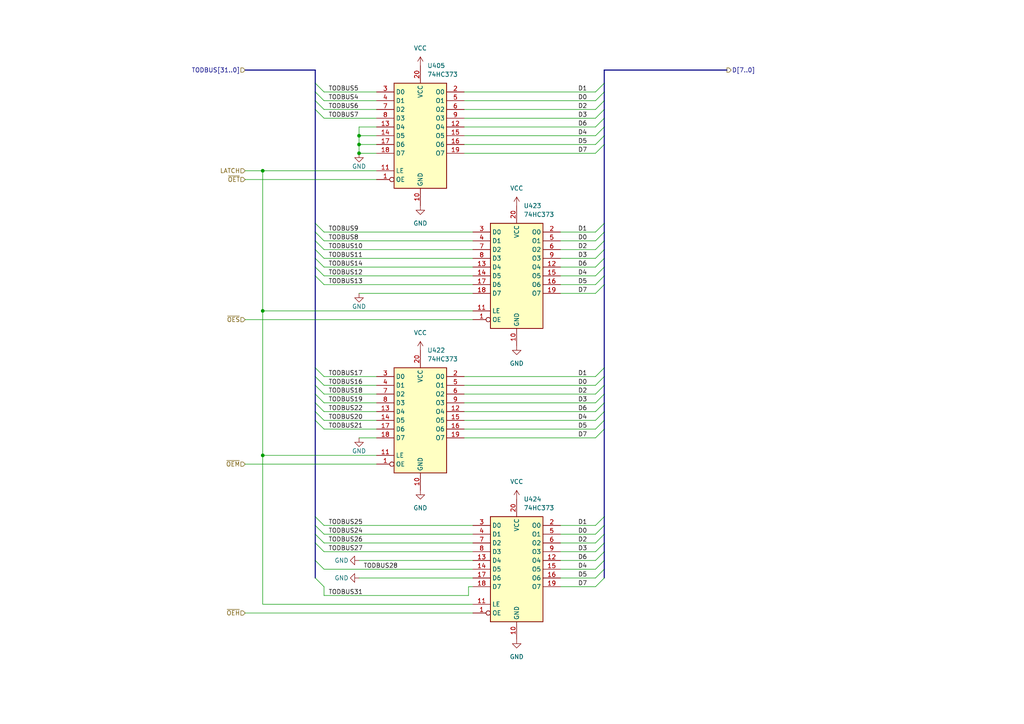
<source format=kicad_sch>
(kicad_sch (version 20211123) (generator eeschema)
  (paper "A4")
  (lib_symbols
    (symbol "74xx:74HC373"
      (property "Reference" "U" (at -7.62 16.51 0))
      (property "Value" "74HC373" (at -7.62 -16.51 0))
      (symbol "74HC373_1_0"
        (pin input inverted (at -12.7 -12.7 0) (length 5.08) (name "OE") (number "1"))
        (pin power_in line (at 0 -20.32 90) (length 5.08) (name "GND") (number "10"))
        (pin input line (at -12.7 -10.16 0) (length 5.08) (name "LE") (number "11"))
        (pin tri_state line (at 12.7 2.54 180) (length 5.08) (name "O4") (number "12"))
        (pin input line (at -12.7 2.54 0) (length 5.08) (name "D4") (number "13"))
        (pin input line (at -12.7 0 0) (length 5.08) (name "D5") (number "14"))
        (pin tri_state line (at 12.7 0 180) (length 5.08) (name "O5") (number "15"))
        (pin tri_state line (at 12.7 -2.54 180) (length 5.08) (name "O6") (number "16"))
        (pin input line (at -12.7 -2.54 0) (length 5.08) (name "D6") (number "17"))
        (pin input line (at -12.7 -5.08 0) (length 5.08) (name "D7") (number "18"))
        (pin tri_state line (at 12.7 -5.08 180) (length 5.08) (name "O7") (number "19"))
        (pin tri_state line (at 12.7 12.7 180) (length 5.08) (name "O0") (number "2"))
        (pin power_in line (at 0 20.32 270) (length 5.08) (name "VCC") (number "20"))
        (pin input line (at -12.7 12.7 0) (length 5.08) (name "D0") (number "3"))
        (pin input line (at -12.7 10.16 0) (length 5.08) (name "D1") (number "4"))
        (pin tri_state line (at 12.7 10.16 180) (length 5.08) (name "O1") (number "5"))
        (pin tri_state line (at 12.7 7.62 180) (length 5.08) (name "O2") (number "6"))
        (pin input line (at -12.7 7.62 0) (length 5.08) (name "D2") (number "7"))
        (pin input line (at -12.7 5.08 0) (length 5.08) (name "D3") (number "8"))
        (pin tri_state line (at 12.7 5.08 180) (length 5.08) (name "O3") (number "9"))
      )
      (symbol "74HC373_1_1"
        (rectangle (start -7.62 15.24) (end 7.62 -15.24) (stroke (width 0.254)) (fill (type background)))
      )
    )
    (symbol "power:GND" (power) (pin_names (offset 0))
      (property "Value" "GND" (at 0 -3.81 0))
      (symbol "GND_0_1"
        (polyline (pts (xy 0 0) (xy 0 -1.27) (xy 1.27 -1.27) (xy 0 -2.54) (xy -1.27 -1.27) (xy 0 -1.27)))
      )
      (symbol "GND_1_1"
        (pin power_in line (at 0 0 270) (length 0) hide (name "GND") (number "1"))
      )
    )
    (symbol "power:VCC" (power) (pin_names (offset 0))
      (property "Value" "VCC" (at 0 3.81 0))
      (symbol "VCC_0_1"
        (polyline (pts (xy -0.762 1.27) (xy 0 2.54)))
        (polyline (pts (xy 0 0) (xy 0 2.54)))
        (polyline (pts (xy 0 2.54) (xy 0.762 1.27)))
      )
      (symbol "VCC_1_1"
        (pin power_in line (at 0 0 90) (length 0) hide (name "VCC") (number "1"))
      )
    )
  )
  (junction (at 104.14 39.37))
  (junction (at 76.2 49.53))
  (junction (at 76.2 90.17))
  (junction (at 104.14 44.45))
  (junction (at 76.2 132.08))
  (junction (at 104.14 41.91))
  (bus_entry (at 91.44 80.01) (size 2.54 2.54))
  (bus_entry (at 91.44 24.13) (size 2.54 2.54))
  (bus_entry (at 172.72 36.83) (size 2.54 -2.54))
  (bus_entry (at 172.72 119.38) (size 2.54 -2.54))
  (bus_entry (at 172.72 152.4) (size 2.54 -2.54))
  (bus_entry (at 91.44 64.77) (size 2.54 2.54))
  (bus_entry (at 172.72 157.48) (size 2.54 -2.54))
  (bus_entry (at 91.44 152.4) (size 2.54 2.54))
  (bus_entry (at 172.72 67.31) (size 2.54 -2.54))
  (bus_entry (at 172.72 74.93) (size 2.54 -2.54))
  (bus_entry (at 91.44 157.48) (size 2.54 2.54))
  (bus_entry (at 172.72 162.56) (size 2.54 -2.54))
  (bus_entry (at 91.44 111.76) (size 2.54 2.54))
  (bus_entry (at 172.72 77.47) (size 2.54 -2.54))
  (bus_entry (at 172.72 39.37) (size 2.54 -2.54))
  (bus_entry (at 91.44 72.39) (size 2.54 2.54))
  (bus_entry (at 172.72 85.09) (size 2.54 -2.54))
  (bus_entry (at 172.72 26.67) (size 2.54 -2.54))
  (bus_entry (at 91.44 74.93) (size 2.54 2.54))
  (bus_entry (at 91.44 162.56) (size 2.54 2.54))
  (bus_entry (at 172.72 121.92) (size 2.54 -2.54))
  (bus_entry (at 172.72 109.22) (size 2.54 -2.54))
  (bus_entry (at 91.44 77.47) (size 2.54 2.54))
  (bus_entry (at 172.72 165.1) (size 2.54 -2.54))
  (bus_entry (at 91.44 31.75) (size 2.54 2.54))
  (bus_entry (at 172.72 116.84) (size 2.54 -2.54))
  (bus_entry (at 172.72 154.94) (size 2.54 -2.54))
  (bus_entry (at 91.44 119.38) (size 2.54 2.54))
  (bus_entry (at 91.44 69.85) (size 2.54 2.54))
  (bus_entry (at 91.44 26.67) (size 2.54 2.54))
  (bus_entry (at 172.72 170.18) (size 2.54 -2.54))
  (bus_entry (at 91.44 167.64) (size 2.54 2.54))
  (bus_entry (at 91.44 149.86) (size 2.54 2.54))
  (bus_entry (at 172.72 124.46) (size 2.54 -2.54))
  (bus_entry (at 91.44 109.22) (size 2.54 2.54))
  (bus_entry (at 91.44 121.92) (size 2.54 2.54))
  (bus_entry (at 172.72 44.45) (size 2.54 -2.54))
  (bus_entry (at 91.44 29.21) (size 2.54 2.54))
  (bus_entry (at 172.72 41.91) (size 2.54 -2.54))
  (bus_entry (at 172.72 127) (size 2.54 -2.54))
  (bus_entry (at 172.72 29.21) (size 2.54 -2.54))
  (bus_entry (at 91.44 67.31) (size 2.54 2.54))
  (bus_entry (at 172.72 82.55) (size 2.54 -2.54))
  (bus_entry (at 172.72 114.3) (size 2.54 -2.54))
  (bus_entry (at 172.72 34.29) (size 2.54 -2.54))
  (bus_entry (at 172.72 80.01) (size 2.54 -2.54))
  (bus_entry (at 172.72 72.39) (size 2.54 -2.54))
  (bus_entry (at 91.44 106.68) (size 2.54 2.54))
  (bus_entry (at 91.44 116.84) (size 2.54 2.54))
  (bus_entry (at 172.72 111.76) (size 2.54 -2.54))
  (bus_entry (at 172.72 31.75) (size 2.54 -2.54))
  (bus_entry (at 172.72 69.85) (size 2.54 -2.54))
  (bus_entry (at 91.44 154.94) (size 2.54 2.54))
  (bus_entry (at 172.72 160.02) (size 2.54 -2.54))
  (bus_entry (at 172.72 167.64) (size 2.54 -2.54))
  (bus_entry (at 91.44 114.3) (size 2.54 2.54))
  (bus (pts (xy 175.26 69.85) (xy 175.26 72.39)))
  (wire (pts (xy 93.98 29.21) (xy 109.22 29.21)))
  (bus (pts (xy 91.44 80.01) (xy 91.44 106.68)))
  (bus (pts (xy 91.44 149.86) (xy 91.44 152.4)))
  (bus (pts (xy 175.26 36.83) (xy 175.26 39.37)))
  (wire (pts (xy 134.62 36.83) (xy 172.72 36.83)))
  (wire (pts (xy 134.62 44.45) (xy 172.72 44.45)))
  (bus (pts (xy 175.26 64.77) (xy 175.26 67.31)))
  (bus (pts (xy 175.26 26.67) (xy 175.26 29.21)))
  (wire (pts (xy 162.56 160.02) (xy 172.72 160.02)))
  (wire (pts (xy 71.12 49.53) (xy 76.2 49.53)))
  (wire (pts (xy 76.2 175.26) (xy 76.2 132.08)))
  (bus (pts (xy 175.26 82.55) (xy 175.26 106.68)))
  (bus (pts (xy 175.26 106.68) (xy 175.26 109.22)))
  (wire (pts (xy 162.56 165.1) (xy 172.72 165.1)))
  (wire (pts (xy 134.62 111.76) (xy 172.72 111.76)))
  (wire (pts (xy 162.56 72.39) (xy 172.72 72.39)))
  (bus (pts (xy 91.44 72.39) (xy 91.44 74.93)))
  (bus (pts (xy 175.26 109.22) (xy 175.26 111.76)))
  (wire (pts (xy 93.98 119.38) (xy 109.22 119.38)))
  (wire (pts (xy 162.56 85.09) (xy 172.72 85.09)))
  (wire (pts (xy 134.62 29.21) (xy 172.72 29.21)))
  (wire (pts (xy 134.62 116.84) (xy 172.72 116.84)))
  (wire (pts (xy 109.22 132.08) (xy 76.2 132.08)))
  (wire (pts (xy 134.62 121.92) (xy 172.72 121.92)))
  (wire (pts (xy 93.98 80.01) (xy 137.16 80.01)))
  (bus (pts (xy 91.44 26.67) (xy 91.44 29.21)))
  (bus (pts (xy 175.26 154.94) (xy 175.26 157.48)))
  (bus (pts (xy 175.26 29.21) (xy 175.26 31.75)))
  (bus (pts (xy 175.26 31.75) (xy 175.26 34.29)))
  (wire (pts (xy 93.98 111.76) (xy 109.22 111.76)))
  (wire (pts (xy 135.89 170.18) (xy 137.16 170.18)))
  (bus (pts (xy 91.44 114.3) (xy 91.44 116.84)))
  (wire (pts (xy 162.56 82.55) (xy 172.72 82.55)))
  (wire (pts (xy 162.56 77.47) (xy 172.72 77.47)))
  (wire (pts (xy 71.12 52.07) (xy 109.22 52.07)))
  (wire (pts (xy 135.89 172.72) (xy 135.89 170.18)))
  (bus (pts (xy 91.44 69.85) (xy 91.44 72.39)))
  (bus (pts (xy 91.44 152.4) (xy 91.44 154.94)))
  (bus (pts (xy 91.44 119.38) (xy 91.44 121.92)))
  (bus (pts (xy 175.26 149.86) (xy 175.26 152.4)))
  (bus (pts (xy 91.44 67.31) (xy 91.44 69.85)))
  (bus (pts (xy 175.26 160.02) (xy 175.26 162.56)))
  (bus (pts (xy 175.26 152.4) (xy 175.26 154.94)))
  (wire (pts (xy 93.98 172.72) (xy 135.89 172.72)))
  (bus (pts (xy 175.26 67.31) (xy 175.26 69.85)))
  (bus (pts (xy 91.44 116.84) (xy 91.44 119.38)))
  (wire (pts (xy 134.62 34.29) (xy 172.72 34.29)))
  (bus (pts (xy 71.12 20.32) (xy 91.44 20.32)))
  (bus (pts (xy 175.26 121.92) (xy 175.26 124.46)))
  (bus (pts (xy 91.44 20.32) (xy 91.44 24.13)))
  (wire (pts (xy 71.12 177.8) (xy 137.16 177.8)))
  (wire (pts (xy 109.22 36.83) (xy 104.14 36.83)))
  (bus (pts (xy 91.44 77.47) (xy 91.44 80.01)))
  (wire (pts (xy 93.98 109.22) (xy 109.22 109.22)))
  (wire (pts (xy 93.98 157.48) (xy 137.16 157.48)))
  (wire (pts (xy 76.2 49.53) (xy 109.22 49.53)))
  (wire (pts (xy 93.98 82.55) (xy 137.16 82.55)))
  (wire (pts (xy 93.98 31.75) (xy 109.22 31.75)))
  (wire (pts (xy 104.14 127) (xy 109.22 127)))
  (bus (pts (xy 175.26 162.56) (xy 175.26 165.1)))
  (wire (pts (xy 162.56 162.56) (xy 172.72 162.56)))
  (wire (pts (xy 137.16 162.56) (xy 104.14 162.56)))
  (bus (pts (xy 91.44 74.93) (xy 91.44 77.47)))
  (wire (pts (xy 104.14 41.91) (xy 104.14 44.45)))
  (wire (pts (xy 134.62 114.3) (xy 172.72 114.3)))
  (wire (pts (xy 162.56 157.48) (xy 172.72 157.48)))
  (bus (pts (xy 91.44 24.13) (xy 91.44 26.67)))
  (wire (pts (xy 104.14 85.09) (xy 137.16 85.09)))
  (bus (pts (xy 175.26 77.47) (xy 175.26 80.01)))
  (bus (pts (xy 175.26 111.76) (xy 175.26 114.3)))
  (bus (pts (xy 175.26 34.29) (xy 175.26 36.83)))
  (bus (pts (xy 175.26 116.84) (xy 175.26 119.38)))
  (wire (pts (xy 104.14 44.45) (xy 109.22 44.45)))
  (bus (pts (xy 175.26 39.37) (xy 175.26 41.91)))
  (wire (pts (xy 104.14 41.91) (xy 109.22 41.91)))
  (wire (pts (xy 137.16 90.17) (xy 76.2 90.17)))
  (wire (pts (xy 71.12 92.71) (xy 137.16 92.71)))
  (wire (pts (xy 134.62 26.67) (xy 172.72 26.67)))
  (wire (pts (xy 134.62 31.75) (xy 172.72 31.75)))
  (bus (pts (xy 175.26 80.01) (xy 175.26 82.55)))
  (wire (pts (xy 162.56 69.85) (xy 172.72 69.85)))
  (wire (pts (xy 93.98 74.93) (xy 137.16 74.93)))
  (wire (pts (xy 134.62 124.46) (xy 172.72 124.46)))
  (wire (pts (xy 76.2 132.08) (xy 76.2 90.17)))
  (wire (pts (xy 134.62 109.22) (xy 172.72 109.22)))
  (bus (pts (xy 91.44 154.94) (xy 91.44 157.48)))
  (bus (pts (xy 175.26 114.3) (xy 175.26 116.84)))
  (wire (pts (xy 162.56 67.31) (xy 172.72 67.31)))
  (bus (pts (xy 91.44 157.48) (xy 91.44 162.56)))
  (wire (pts (xy 93.98 114.3) (xy 109.22 114.3)))
  (wire (pts (xy 71.12 134.62) (xy 109.22 134.62)))
  (wire (pts (xy 93.98 160.02) (xy 137.16 160.02)))
  (wire (pts (xy 76.2 49.53) (xy 76.2 90.17)))
  (bus (pts (xy 91.44 31.75) (xy 91.44 64.77)))
  (bus (pts (xy 175.26 74.93) (xy 175.26 77.47)))
  (bus (pts (xy 175.26 20.32) (xy 175.26 24.13)))
  (wire (pts (xy 137.16 175.26) (xy 76.2 175.26)))
  (bus (pts (xy 91.44 64.77) (xy 91.44 67.31)))
  (wire (pts (xy 93.98 69.85) (xy 137.16 69.85)))
  (wire (pts (xy 93.98 72.39) (xy 137.16 72.39)))
  (bus (pts (xy 175.26 165.1) (xy 175.26 167.64)))
  (wire (pts (xy 93.98 121.92) (xy 109.22 121.92)))
  (wire (pts (xy 162.56 170.18) (xy 172.72 170.18)))
  (bus (pts (xy 175.26 124.46) (xy 175.26 149.86)))
  (wire (pts (xy 162.56 154.94) (xy 172.72 154.94)))
  (wire (pts (xy 104.14 167.64) (xy 137.16 167.64)))
  (wire (pts (xy 134.62 127) (xy 172.72 127)))
  (wire (pts (xy 162.56 80.01) (xy 172.72 80.01)))
  (bus (pts (xy 175.26 157.48) (xy 175.26 160.02)))
  (wire (pts (xy 93.98 154.94) (xy 137.16 154.94)))
  (wire (pts (xy 134.62 119.38) (xy 172.72 119.38)))
  (bus (pts (xy 91.44 121.92) (xy 91.44 149.86)))
  (wire (pts (xy 93.98 26.67) (xy 109.22 26.67)))
  (wire (pts (xy 104.14 39.37) (xy 104.14 41.91)))
  (wire (pts (xy 93.98 124.46) (xy 109.22 124.46)))
  (bus (pts (xy 91.44 29.21) (xy 91.44 31.75)))
  (wire (pts (xy 134.62 41.91) (xy 172.72 41.91)))
  (bus (pts (xy 91.44 162.56) (xy 91.44 167.64)))
  (bus (pts (xy 175.26 24.13) (xy 175.26 26.67)))
  (bus (pts (xy 175.26 119.38) (xy 175.26 121.92)))
  (bus (pts (xy 91.44 109.22) (xy 91.44 111.76)))
  (wire (pts (xy 93.98 34.29) (xy 109.22 34.29)))
  (bus (pts (xy 91.44 111.76) (xy 91.44 114.3)))
  (wire (pts (xy 104.14 39.37) (xy 109.22 39.37)))
  (bus (pts (xy 175.26 41.91) (xy 175.26 64.77)))
  (bus (pts (xy 91.44 106.68) (xy 91.44 109.22)))
  (wire (pts (xy 162.56 167.64) (xy 172.72 167.64)))
  (wire (pts (xy 93.98 152.4) (xy 137.16 152.4)))
  (bus (pts (xy 210.82 20.32) (xy 175.26 20.32)))
  (bus (pts (xy 175.26 72.39) (xy 175.26 74.93)))
  (wire (pts (xy 93.98 170.18) (xy 93.98 172.72)))
  (wire (pts (xy 162.56 74.93) (xy 172.72 74.93)))
  (wire (pts (xy 162.56 152.4) (xy 172.72 152.4)))
  (wire (pts (xy 134.62 39.37) (xy 172.72 39.37)))
  (wire (pts (xy 93.98 67.31) (xy 137.16 67.31)))
  (wire (pts (xy 93.98 77.47) (xy 137.16 77.47)))
  (wire (pts (xy 93.98 116.84) (xy 109.22 116.84)))
  (wire (pts (xy 93.98 165.1) (xy 137.16 165.1)))
  (wire (pts (xy 104.14 36.83) (xy 104.14 39.37)))
  (label "D1" (at 167.64 152.4 0))
  (label "D2" (at 167.64 72.39 0))
  (label "D7" (at 167.64 127 0))
  (label "D5" (at 167.64 167.64 0))
  (label "TODBUS4" (at 95.25 29.21 0))
  (label "D6" (at 167.64 77.47 0))
  (label "TODBUS9" (at 95.25 67.31 0))
  (label "D3" (at 167.64 160.02 0))
  (label "D2" (at 167.64 31.75 0))
  (label "D5" (at 167.64 41.91 0))
  (label "D5" (at 167.64 82.55 0))
  (label "TODBUS18" (at 95.25 114.3 0))
  (label "D0" (at 167.64 29.21 0))
  (label "D4" (at 167.64 121.92 0))
  (label "TODBUS22" (at 95.25 119.38 0))
  (label "D1" (at 167.64 109.22 0))
  (label "TODBUS19" (at 95.25 116.84 0))
  (label "TODBUS11" (at 95.25 74.93 0))
  (label "TODBUS14" (at 95.25 77.47 0))
  (label "D6" (at 167.64 119.38 0))
  (label "D3" (at 167.64 74.93 0))
  (label "TODBUS25" (at 95.25 152.4 0))
  (label "TODBUS24" (at 95.25 154.94 0))
  (label "D5" (at 167.64 124.46 0))
  (label "D7" (at 167.64 170.18 0))
  (label "D2" (at 167.64 157.48 0))
  (label "D0" (at 167.64 154.94 0))
  (label "D0" (at 167.64 69.85 0))
  (label "TODBUS26" (at 95.25 157.48 0))
  (label "TODBUS31" (at 95.25 172.72 0))
  (label "TODBUS5" (at 95.25 26.67 0))
  (label "D1" (at 167.64 26.67 0))
  (label "D7" (at 167.64 44.45 0))
  (label "TODBUS7" (at 95.25 34.29 0))
  (label "TODBUS8" (at 95.25 69.85 0))
  (label "D7" (at 167.64 85.09 0))
  (label "D1" (at 167.64 67.31 0))
  (label "D6" (at 167.64 162.56 0))
  (label "D4" (at 167.64 80.01 0))
  (label "TODBUS16" (at 95.25 111.76 0))
  (label "D0" (at 167.64 111.76 0))
  (label "D3" (at 167.64 116.84 0))
  (label "D4" (at 167.64 165.1 0))
  (label "TODBUS13" (at 95.25 82.55 0))
  (label "TODBUS21" (at 95.25 124.46 0))
  (label "D2" (at 167.64 114.3 0))
  (label "D6" (at 167.64 36.83 0))
  (label "D3" (at 167.64 34.29 0))
  (label "TODBUS10" (at 95.25 72.39 0))
  (label "TODBUS27" (at 95.25 160.02 0))
  (label "TODBUS17" (at 95.25 109.22 0))
  (label "TODBUS20" (at 95.25 121.92 0))
  (label "TODBUS28" (at 105.41 165.1 0))
  (label "TODBUS12" (at 95.25 80.01 0))
  (label "D4" (at 167.64 39.37 0))
  (label "TODBUS6" (at 95.25 31.75 0))
  (hierarchical_label "LATCH" (shape input) (at 71.12 49.53 180))
  (hierarchical_label "~{OEM}" (shape input) (at 71.12 134.62 180))
  (hierarchical_label "TODBUS[31..0]" (shape input) (at 71.12 20.32 180))
  (hierarchical_label "~{OEH}" (shape input) (at 71.12 177.8 180))
  (hierarchical_label "~{OET}" (shape input) (at 71.12 52.07 180))
  (hierarchical_label "~{OES}" (shape input) (at 71.12 92.71 180))
  (hierarchical_label "D[7..0]" (shape output) (at 210.82 20.32 0))
  (symbol (lib_id "74xx:74HC373") (at 149.86 80.01 0) (unit 1)
    (property "Reference" "U423" (at 151.8794 59.69 0) (effects (justify left)))
    (property "Value" "74HC373" (at 151.8794 62.23 0) (effects (justify left)))
    (property "Footprint" "Package_SO:SOIC-20W_7.5x12.8mm_P1.27mm" (effects hide))
    (property "Datasheet" "https://www.ti.com/lit/ds/symlink/cd54hc373.pdf" (effects hide))
  )
  (symbol (lib_id "power:VCC") (at 149.86 144.78 0) (unit 1)
    (property "Reference" "#PWR0440" (effects hide))
    (property "Value" "VCC" (at 149.86 139.7 0))
  )
  (symbol (lib_id "power:GND") (at 104.14 167.64 270) (unit 1)
    (property "Reference" "#PWR0462" (effects hide))
    (property "Value" "GND" (at 99.06 167.64 90))
  )
  (symbol (lib_id "power:GND") (at 149.86 100.33 0) (unit 1)
    (property "Reference" "#PWR0439" (effects hide))
    (property "Value" "GND" (at 149.86 105.41 0))
  )
  (symbol (lib_id "74xx:74HC373") (at 121.92 39.37 0) (unit 1)
    (property "Reference" "U405" (at 123.9394 19.05 0) (effects (justify left)))
    (property "Value" "74HC373" (at 123.9394 21.59 0) (effects (justify left)))
    (property "Footprint" "Package_SO:SOIC-20W_7.5x12.8mm_P1.27mm" (effects hide))
    (property "Datasheet" "https://www.ti.com/lit/ds/symlink/cd54hc373.pdf" (effects hide))
  )
  (symbol (lib_id "74xx:74HC373") (at 121.92 121.92 0) (unit 1)
    (property "Reference" "U422" (at 123.9394 101.6 0) (effects (justify left)))
    (property "Value" "74HC373" (at 123.9394 104.14 0) (effects (justify left)))
    (property "Footprint" "Package_SO:SOIC-20W_7.5x12.8mm_P1.27mm" (effects hide))
    (property "Datasheet" "https://www.ti.com/lit/ds/symlink/cd54hc373.pdf" (effects hide))
  )
  (symbol (lib_id "power:GND") (at 104.14 44.45 0) (unit 1)
    (property "Reference" "#PWR0430" (effects hide))
    (property "Value" "GND" (at 104.14 48.26 0))
  )
  (symbol (lib_id "power:GND") (at 104.14 85.09 0) (unit 1)
    (property "Reference" "#PWR0431" (effects hide))
    (property "Value" "GND" (at 104.14 88.9 0))
  )
  (symbol (lib_id "power:GND") (at 121.92 59.69 0) (unit 1)
    (property "Reference" "#PWR0435" (effects hide))
    (property "Value" "GND" (at 121.92 64.77 0))
  )
  (symbol (lib_id "power:VCC") (at 121.92 101.6 0) (unit 1)
    (property "Reference" "#PWR0436" (effects hide))
    (property "Value" "VCC" (at 121.92 96.52 0))
  )
  (symbol (lib_id "power:GND") (at 104.14 162.56 270) (unit 1)
    (property "Reference" "#PWR0433" (effects hide))
    (property "Value" "GND" (at 99.06 162.56 90))
  )
  (symbol (lib_id "power:VCC") (at 149.86 59.69 0) (unit 1)
    (property "Reference" "#PWR0438" (effects hide))
    (property "Value" "VCC" (at 149.86 54.61 0))
  )
  (symbol (lib_id "74xx:74HC373") (at 149.86 165.1 0) (unit 1)
    (property "Reference" "U424" (at 151.8794 144.78 0) (effects (justify left)))
    (property "Value" "74HC373" (at 151.8794 147.32 0) (effects (justify left)))
    (property "Footprint" "Package_SO:SOIC-20W_7.5x12.8mm_P1.27mm" (effects hide))
    (property "Datasheet" "https://www.ti.com/lit/ds/symlink/cd54hc373.pdf" (effects hide))
  )
  (symbol (lib_id "power:GND") (at 104.14 127 0) (unit 1)
    (property "Reference" "#PWR0432" (effects hide))
    (property "Value" "GND" (at 104.14 130.81 0))
  )
  (symbol (lib_id "power:VCC") (at 121.92 19.05 0) (unit 1)
    (property "Reference" "#PWR0434" (effects hide))
    (property "Value" "VCC" (at 121.92 13.97 0))
  )
  (symbol (lib_id "power:GND") (at 121.92 142.24 0) (unit 1)
    (property "Reference" "#PWR0437" (effects hide))
    (property "Value" "GND" (at 121.92 147.32 0))
  )
  (symbol (lib_id "power:GND") (at 149.86 185.42 0) (unit 1)
    (property "Reference" "#PWR0441" (effects hide))
    (property "Value" "GND" (at 149.86 190.5 0))
  )
)
</source>
